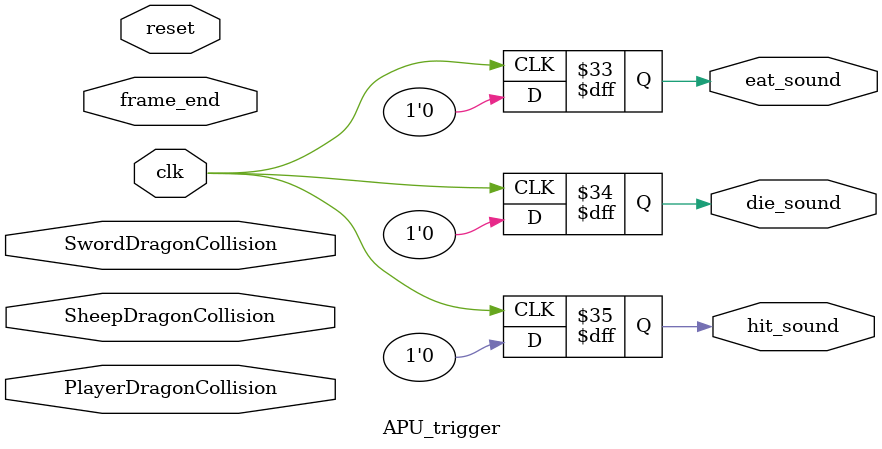
<source format=v>
module APU_trigger (
    input wire  clk,
    input wire  reset,
    input wire  frame_end,
    input wire  SheepDragonCollision,
    input wire  SwordDragonCollision,
    input wire  PlayerDragonCollision,
    output reg  eat_sound,
    output reg  die_sound,
    output reg  hit_sound
);

  reg [2:0] trigger_buf;

  // buffer the trigger signals 
  always @ (posedge clk) begin
    if (reset) begin
      trigger_buf <= 3'b0;
    end else begin
      if (frame_end) begin
        trigger_buf[0] <= SheepDragonCollision;
        trigger_buf[1] <= SwordDragonCollision;
        trigger_buf[2] <= PlayerDragonCollision;
      end
    end
  end

  // detect the rising edge of the trigger signals
  always @ (posedge clk) begin
    if (trigger_buf[0] & ~trigger_buf[0])  
      eat_sound <= 1'b1;
    else 
      eat_sound <= 1'b0;

    if (~trigger_buf[1] & trigger_buf[1])  
      die_sound <= 1'b1;
    else 
      die_sound <= 1'b0;

    if (~trigger_buf[2] & trigger_buf[2])  
      hit_sound <= 1'b1;
    else 
      hit_sound <= 1'b0;
  end

endmodule

</source>
